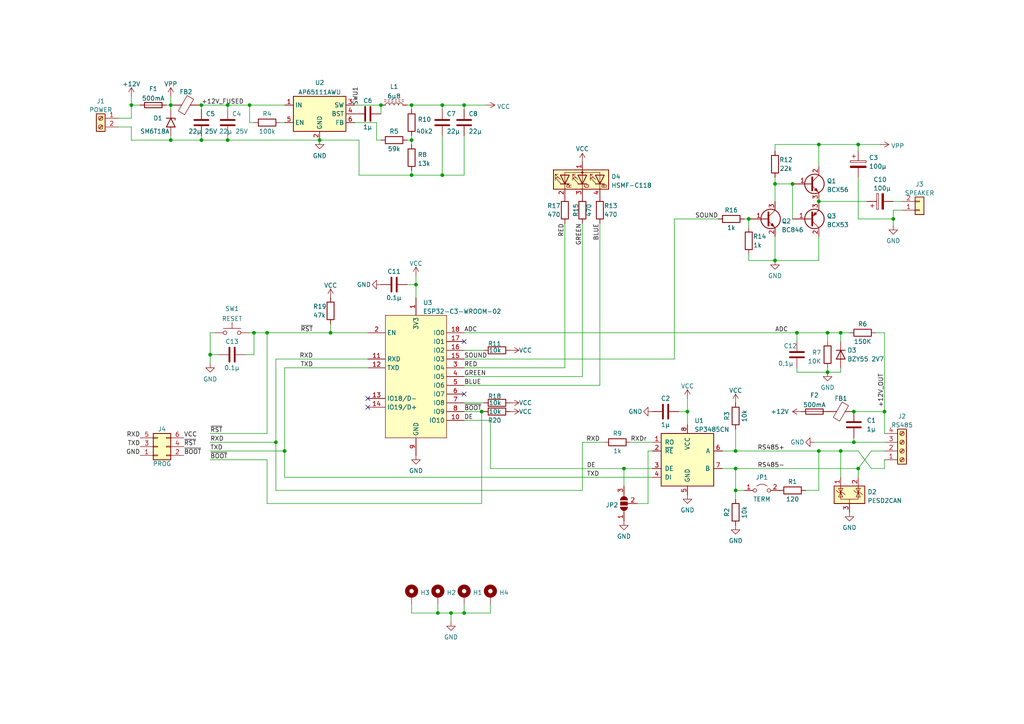
<source format=kicad_sch>
(kicad_sch (version 20211123) (generator eeschema)
  (paper "A4")
  (lib_symbols
    (symbol "Connector:Screw_Terminal_01x02" (pin_names (offset 1.016) hide)
      (property "Reference" "J" (at 0 2.54 0))
      (property "Value" "Screw_Terminal_01x02" (at 0 -5.08 0))
      (symbol "Screw_Terminal_01x02_1_1"
        (pin passive line (at -5.08 0 0) (length 3.81) (name "Pin_1") (number "1"))
        (pin passive line (at -5.08 -2.54 0) (length 3.81) (name "Pin_2") (number "2"))
      )
    )
    (symbol "Connector:Screw_Terminal_01x04" (pin_names (offset 1.016) hide)
      (property "Reference" "J" (at 0 5.08 0))
      (property "Value" "Screw_Terminal_01x04" (at 0 -7.62 0))
      (symbol "Screw_Terminal_01x04_1_1"
        (pin passive line (at -5.08 2.54 0) (length 3.81) (name "Pin_1") (number "1"))
        (pin passive line (at -5.08 0 0) (length 3.81) (name "Pin_2") (number "2"))
        (pin passive line (at -5.08 -2.54 0) (length 3.81) (name "Pin_3") (number "3"))
        (pin passive line (at -5.08 -5.08 0) (length 3.81) (name "Pin_4") (number "4"))
      )
    )
    (symbol "Connector_Generic:Conn_01x02" (pin_names (offset 1.016) hide)
      (property "Reference" "J" (at 0 2.54 0))
      (property "Value" "Conn_01x02" (at 0 -5.08 0))
      (symbol "Conn_01x02_1_1"
        (pin passive line (at -5.08 0 0) (length 3.81) (name "Pin_1") (number "1"))
        (pin passive line (at -5.08 -2.54 0) (length 3.81) (name "Pin_2") (number "2"))
      )
    )
    (symbol "Connector_Generic:Conn_02x03_Odd_Even" (pin_names (offset 1.016) hide)
      (property "Reference" "J" (at 1.27 5.08 0))
      (property "Value" "Conn_02x03_Odd_Even" (at 1.27 -5.08 0))
      (symbol "Conn_02x03_Odd_Even_1_1"
        (pin passive line (at -5.08 2.54 0) (length 3.81) (name "Pin_1") (number "1"))
        (pin passive line (at 7.62 2.54 180) (length 3.81) (name "Pin_2") (number "2"))
        (pin passive line (at -5.08 0 0) (length 3.81) (name "Pin_3") (number "3"))
        (pin passive line (at 7.62 0 180) (length 3.81) (name "Pin_4") (number "4"))
        (pin passive line (at -5.08 -2.54 0) (length 3.81) (name "Pin_5") (number "5"))
        (pin passive line (at 7.62 -2.54 180) (length 3.81) (name "Pin_6") (number "6"))
      )
    )
    (symbol "Device:C" (pin_numbers hide) (pin_names (offset 0.254))
      (property "Reference" "C" (at 0.635 2.54 0))
      (property "Value" "C" (at 0.635 -2.54 0))
      (symbol "C_1_1"
        (pin passive line (at 0 3.81 270) (length 2.794) (name "~") (number "1"))
        (pin passive line (at 0 -3.81 90) (length 2.794) (name "~") (number "2"))
      )
    )
    (symbol "Device:C_Polarized" (pin_numbers hide) (pin_names (offset 0.254))
      (property "Reference" "C" (at 0.635 2.54 0))
      (property "Value" "C_Polarized" (at 0.635 -2.54 0))
      (symbol "C_Polarized_1_1"
        (pin passive line (at 0 3.81 270) (length 2.794) (name "~") (number "1"))
        (pin passive line (at 0 -3.81 90) (length 2.794) (name "~") (number "2"))
      )
    )
    (symbol "Device:D" (pin_numbers hide) (pin_names (offset 1.016) hide)
      (property "Reference" "D" (at 0 2.54 0))
      (property "Value" "D" (at 0 -2.54 0))
      (symbol "D_1_1"
        (pin passive line (at -3.81 0 0) (length 2.54) (name "K") (number "1"))
        (pin passive line (at 3.81 0 180) (length 2.54) (name "A") (number "2"))
      )
    )
    (symbol "Device:FerriteBead" (pin_numbers hide) (pin_names (offset 0))
      (property "Reference" "FB" (at -3.81 0.635 90))
      (property "Value" "FerriteBead" (at 3.81 0 90))
      (symbol "FerriteBead_1_1"
        (pin passive line (at 0 3.81 270) (length 2.54) (name "~") (number "1"))
        (pin passive line (at 0 -3.81 90) (length 2.54) (name "~") (number "2"))
      )
    )
    (symbol "Device:Fuse" (pin_numbers hide) (pin_names (offset 0))
      (property "Reference" "F" (at 2.032 0 90))
      (property "Value" "Fuse" (at -1.905 0 90))
      (symbol "Fuse_1_1"
        (pin passive line (at 0 3.81 270) (length 1.27) (name "~") (number "1"))
        (pin passive line (at 0 -3.81 90) (length 1.27) (name "~") (number "2"))
      )
    )
    (symbol "Device:LED_ARGB" (pin_names (offset 0) hide)
      (property "Reference" "D" (at 0 9.398 0))
      (property "Value" "LED_ARGB" (at 0 -8.89 0))
      (symbol "LED_ARGB_0_0"
        (text "B" (at -1.905 -6.35 0) (effects (font (size 1.27 1.27))))
        (text "G" (at -1.905 -1.27 0) (effects (font (size 1.27 1.27))))
        (text "R" (at -1.905 3.81 0) (effects (font (size 1.27 1.27))))
      )
      (symbol "LED_ARGB_1_1"
        (pin passive line (at 5.08 0 180) (length 2.54) (name "A") (number "1"))
        (pin passive line (at -5.08 5.08 0) (length 2.54) (name "RK") (number "2"))
        (pin passive line (at -5.08 0 0) (length 2.54) (name "GK") (number "3"))
        (pin passive line (at -5.08 -5.08 0) (length 2.54) (name "BK") (number "4"))
      )
    )
    (symbol "Device:L_Ferrite" (pin_numbers hide) (pin_names (offset 1.016) hide)
      (property "Reference" "L" (at -1.27 0 90))
      (property "Value" "L_Ferrite" (at 2.794 0 90))
      (symbol "L_Ferrite_1_1"
        (pin passive line (at 0 3.81 270) (length 1.27) (name "1") (number "1"))
        (pin passive line (at 0 -3.81 90) (length 1.27) (name "2") (number "2"))
      )
    )
    (symbol "Device:R" (pin_numbers hide) (pin_names (offset 0))
      (property "Reference" "R" (at 2.032 0 90))
      (property "Value" "R" (at 0 0 90))
      (symbol "R_1_1"
        (pin passive line (at 0 3.81 270) (length 1.27) (name "~") (number "1"))
        (pin passive line (at 0 -3.81 90) (length 1.27) (name "~") (number "2"))
      )
    )
    (symbol "Diode:SM6T18A" (pin_numbers hide) (pin_names (offset 1.016) hide)
      (property "Reference" "D" (at 0 2.54 0))
      (property "Value" "SM6T18A" (at 0 -2.54 0))
      (symbol "SM6T18A_1_1"
        (pin passive line (at -3.81 0 0) (length 2.54) (name "A1") (number "1"))
        (pin passive line (at 3.81 0 180) (length 2.54) (name "A2") (number "2"))
      )
    )
    (symbol "Interface_UART:SP3485CN" (pin_names (offset 1.016))
      (property "Reference" "U" (at -7.62 8.89 0))
      (property "Value" "SP3485CN" (at 2.54 8.89 0))
      (symbol "SP3485CN_1_1"
        (pin output line (at -10.16 5.08 0) (length 2.54) (name "RO") (number "1"))
        (pin input line (at -10.16 2.54 0) (length 2.54) (name "~{RE}") (number "2"))
        (pin input line (at -10.16 -2.54 0) (length 2.54) (name "DE") (number "3"))
        (pin input line (at -10.16 -5.08 0) (length 2.54) (name "DI") (number "4"))
        (pin power_in line (at 0 -10.16 90) (length 2.54) (name "GND") (number "5"))
        (pin bidirectional line (at 10.16 2.54 180) (length 2.54) (name "A") (number "6"))
        (pin bidirectional line (at 10.16 -2.54 180) (length 2.54) (name "B") (number "7"))
        (pin power_in line (at 0 10.16 270) (length 2.54) (name "VCC") (number "8"))
      )
    )
    (symbol "Jumper:Jumper_2_Open" (pin_names (offset 0) hide)
      (property "Reference" "JP" (at 0 2.794 0))
      (property "Value" "Jumper_2_Open" (at 0 -2.286 0))
      (symbol "Jumper_2_Open_1_1"
        (pin passive line (at -5.08 0 0) (length 2.54) (name "A") (number "1"))
        (pin passive line (at 5.08 0 180) (length 2.54) (name "B") (number "2"))
      )
    )
    (symbol "Jumper:SolderJumper_3_Open" (pin_names (offset 0) hide)
      (property "Reference" "JP" (at -2.54 -2.54 0))
      (property "Value" "SolderJumper_3_Open" (at 0 2.794 0))
      (symbol "SolderJumper_3_Open_1_1"
        (pin passive line (at -5.08 0 0) (length 2.54) (name "A") (number "1"))
        (pin passive line (at 0 -3.81 90) (length 2.54) (name "C") (number "2"))
        (pin passive line (at 5.08 0 180) (length 2.54) (name "B") (number "3"))
      )
    )
    (symbol "Mechanical:MountingHole_Pad" (pin_numbers hide) (pin_names (offset 1.016) hide)
      (property "Reference" "H" (at 0 6.35 0))
      (property "Value" "MountingHole_Pad" (at 0 4.445 0))
      (symbol "MountingHole_Pad_1_1"
        (pin input line (at 0 -2.54 90) (length 2.54) (name "1") (number "1"))
      )
    )
    (symbol "Power_Protection:SZNUP2105L" (pin_names hide)
      (property "Reference" "D" (at 5.715 2.54 0))
      (property "Value" "SZNUP2105L" (at 5.715 0.635 0))
      (symbol "SZNUP2105L_0_0"
        (pin passive line (at 0 -5.08 90) (length 2.54) (name "A") (number "3"))
      )
      (symbol "SZNUP2105L_1_1"
        (pin passive line (at -2.54 5.08 270) (length 2.54) (name "K") (number "1"))
        (pin passive line (at 2.54 5.08 270) (length 2.54) (name "K") (number "2"))
      )
    )
    (symbol "Regulator_Switching:AP65111AWU"
      (property "Reference" "U" (at -7.62 6.35 0))
      (property "Value" "AP65111AWU" (at 2.54 6.35 0))
      (symbol "AP65111AWU_1_1"
        (pin power_in line (at -10.16 2.54 0) (length 2.54) (name "IN") (number "1"))
        (pin power_in line (at 0 -7.62 90) (length 2.54) (name "GND") (number "2"))
        (pin output line (at 10.16 2.54 180) (length 2.54) (name "SW") (number "3"))
        (pin passive line (at 10.16 0 180) (length 2.54) (name "BST") (number "4"))
        (pin input line (at -10.16 -2.54 0) (length 2.54) (name "EN") (number "5"))
        (pin input line (at 10.16 -2.54 180) (length 2.54) (name "FB") (number "6"))
      )
    )
    (symbol "Switch:SW_Push" (pin_numbers hide) (pin_names (offset 1.016) hide)
      (property "Reference" "SW" (at 1.27 2.54 0))
      (property "Value" "SW_Push" (at 0 -1.524 0))
      (symbol "SW_Push_0_1"
        (pin passive line (at -5.08 0 0) (length 2.54) (name "1") (number "1"))
        (pin passive line (at 5.08 0 180) (length 2.54) (name "2") (number "2"))
      )
    )
    (symbol "Transistor_BJT:BC846" (pin_names (offset 0) hide)
      (property "Reference" "Q" (at 5.08 1.905 0))
      (property "Value" "BC846" (at 5.08 0 0))
      (symbol "BC846_1_1"
        (pin input line (at -5.08 0 0) (length 5.715) (name "B") (number "1"))
        (pin passive line (at 2.54 -5.08 90) (length 2.54) (name "E") (number "2"))
        (pin passive line (at 2.54 5.08 270) (length 2.54) (name "C") (number "3"))
      )
    )
    (symbol "Transistor_BJT:BCX53" (pin_names (offset 0) hide)
      (property "Reference" "Q" (at 5.08 1.905 0))
      (property "Value" "BCX53" (at 5.08 0 0))
      (symbol "BCX53_1_1"
        (pin input line (at -5.08 0 0) (length 5.08) (name "B") (number "1"))
        (pin passive line (at 2.54 5.08 270) (length 2.54) (name "C") (number "2"))
        (pin passive line (at 2.54 -5.08 90) (length 2.54) (name "E") (number "3"))
      )
    )
    (symbol "Transistor_BJT:BCX56" (pin_names (offset 0) hide)
      (property "Reference" "Q" (at 5.08 1.905 0))
      (property "Value" "BCX56" (at 5.08 0 0))
      (symbol "BCX56_1_1"
        (pin input line (at -5.08 0 0) (length 5.715) (name "B") (number "1"))
        (pin passive line (at 2.54 5.08 270) (length 2.54) (name "C") (number "2"))
        (pin passive line (at 2.54 -5.08 90) (length 2.54) (name "E") (number "3"))
      )
    )
    (symbol "esp32c3:ESP32-C3-WROOM-02"
      (property "Reference" "U" (at 3.81 19.05 0))
      (property "Value" "ESP32-C3-WROOM-02" (at 12.7 -20.32 0))
      (symbol "ESP32-C3-WROOM-02_1_1"
        (pin power_in line (at 0 22.86 270) (length 5.08) (name "3V3") (number "1"))
        (pin bidirectional line (at 13.97 -12.7 180) (length 5.08) (name "IO10") (number "10"))
        (pin bidirectional line (at -13.97 5.08 0) (length 5.08) (name "RXD") (number "11"))
        (pin bidirectional line (at -13.97 2.54 0) (length 5.08) (name "TXD") (number "12"))
        (pin bidirectional line (at -13.97 -6.35 0) (length 5.08) (name "IO18/D-") (number "13"))
        (pin bidirectional line (at -13.97 -8.89 0) (length 5.08) (name "IO19/D+") (number "14"))
        (pin bidirectional line (at 13.97 5.08 180) (length 5.08) (name "IO3") (number "15"))
        (pin bidirectional line (at 13.97 7.62 180) (length 5.08) (name "IO2") (number "16"))
        (pin bidirectional line (at 13.97 10.16 180) (length 5.08) (name "IO1") (number "17"))
        (pin bidirectional line (at 13.97 12.7 180) (length 5.08) (name "IO0") (number "18"))
        (pin power_in line (at 0 -22.86 90) (length 5.08) hide (name "GND") (number "19"))
        (pin input line (at -13.97 12.7 0) (length 5.08) (name "EN") (number "2"))
        (pin bidirectional line (at 13.97 2.54 180) (length 5.08) (name "IO4") (number "3"))
        (pin bidirectional line (at 13.97 0 180) (length 5.08) (name "IO5") (number "4"))
        (pin bidirectional line (at 13.97 -2.54 180) (length 5.08) (name "IO6") (number "5"))
        (pin bidirectional line (at 13.97 -5.08 180) (length 5.08) (name "IO7") (number "6"))
        (pin bidirectional line (at 13.97 -7.62 180) (length 5.08) (name "IO8") (number "7"))
        (pin bidirectional line (at 13.97 -10.16 180) (length 5.08) (name "IO9") (number "8"))
        (pin power_in line (at 0 -22.86 90) (length 5.08) (name "GND") (number "9"))
      )
    )
    (symbol "power:+12V" (power) (pin_names (offset 0))
      (property "Value" "+12V" (at 0 3.556 0))
      (symbol "+12V_1_1"
        (pin power_in line (at 0 0 90) (length 0) hide (name "+12V") (number "1"))
      )
    )
    (symbol "power:GND" (power) (pin_names (offset 0))
      (property "Value" "GND" (at 0 -3.81 0))
      (symbol "GND_1_1"
        (pin power_in line (at 0 0 270) (length 0) hide (name "GND") (number "1"))
      )
    )
    (symbol "power:VCC" (power) (pin_names (offset 0))
      (property "Value" "VCC" (at 0 3.81 0))
      (symbol "VCC_1_1"
        (pin power_in line (at 0 0 90) (length 0) hide (name "VCC") (number "1"))
      )
    )
    (symbol "power:VPP" (power) (pin_names (offset 0))
      (property "Value" "VPP" (at 0 3.81 0))
      (symbol "VPP_1_1"
        (pin power_in line (at 0 0 90) (length 0) hide (name "VPP") (number "1"))
      )
    )
  )
  (junction (at 120.65 82.55))
  (junction (at 213.36 130.81))
  (junction (at 72.39 30.48))
  (junction (at 237.49 58.42))
  (junction (at 134.62 177.8))
  (junction (at 240.03 96.52))
  (junction (at 199.39 119.38))
  (junction (at 134.62 30.48))
  (junction (at 77.47 96.52))
  (junction (at 256.54 119.38))
  (junction (at 119.38 30.48))
  (junction (at 128.27 30.48))
  (junction (at 240.03 107.95))
  (junction (at 231.14 96.52))
  (junction (at 237.49 130.81))
  (junction (at 237.49 41.91))
  (junction (at 38.1 30.48))
  (junction (at 119.38 40.64))
  (junction (at 130.81 177.8))
  (junction (at 119.38 50.8))
  (junction (at 259.08 63.5))
  (junction (at 80.01 128.27))
  (junction (at 224.79 53.34))
  (junction (at 243.84 96.52))
  (junction (at 127 177.8))
  (junction (at 243.84 130.81))
  (junction (at 213.36 142.24))
  (junction (at 247.65 119.38))
  (junction (at 110.49 30.48))
  (junction (at 92.71 40.64))
  (junction (at 180.975 135.89))
  (junction (at 60.96 102.87))
  (junction (at 128.27 50.8))
  (junction (at 217.17 63.5))
  (junction (at 66.04 30.48))
  (junction (at 58.42 40.64))
  (junction (at 73.66 96.52))
  (junction (at 49.53 30.48))
  (junction (at 224.79 75.565))
  (junction (at 229.87 53.34))
  (junction (at 248.92 41.91))
  (junction (at 248.92 135.89))
  (junction (at 49.53 40.64))
  (junction (at 66.04 40.64))
  (junction (at 82.55 130.81))
  (junction (at 139.7 119.38))
  (junction (at 213.36 135.89))
  (junction (at 58.42 30.48))
  (junction (at 95.885 96.52))
  (junction (at 247.65 128.27))
  (no_connect (at 134.62 99.06))
  (no_connect (at 106.68 118.11))
  (no_connect (at 106.68 115.57))
  (no_connect (at 134.62 114.3))
  (wire (pts (xy 38.1 36.83) (xy 38.1 40.64)))
  (wire (pts (xy 49.53 40.64) (xy 58.42 40.64)))
  (wire (pts (xy 102.87 30.48) (xy 110.49 30.48)))
  (wire (pts (xy 49.53 39.37) (xy 49.53 40.64)))
  (wire (pts (xy 217.17 73.66) (xy 217.17 75.565)))
  (wire (pts (xy 134.62 50.8) (xy 134.62 39.37)))
  (wire (pts (xy 40.64 30.48) (xy 38.1 30.48)))
  (wire (pts (xy 66.04 39.37) (xy 66.04 40.64)))
  (wire (pts (xy 180.975 135.89) (xy 180.975 140.97)))
  (wire (pts (xy 237.49 41.91) (xy 248.92 41.91)))
  (wire (pts (xy 82.55 130.81) (xy 82.55 106.68)))
  (wire (pts (xy 134.62 177.8) (xy 142.24 177.8)))
  (wire (pts (xy 72.39 30.48) (xy 72.39 35.56)))
  (wire (pts (xy 60.96 125.73) (xy 77.47 125.73)))
  (wire (pts (xy 57.785 30.48) (xy 58.42 30.48)))
  (wire (pts (xy 180.975 135.89) (xy 189.23 135.89)))
  (wire (pts (xy 187.96 130.81) (xy 189.23 130.81)))
  (wire (pts (xy 81.28 35.56) (xy 82.55 35.56)))
  (wire (pts (xy 72.39 35.56) (xy 73.66 35.56)))
  (wire (pts (xy 237.49 130.81) (xy 213.36 130.81)))
  (wire (pts (xy 82.55 106.68) (xy 106.68 106.68)))
  (wire (pts (xy 92.71 40.64) (xy 104.14 40.64)))
  (wire (pts (xy 237.49 58.42) (xy 251.46 58.42)))
  (wire (pts (xy 134.62 101.6) (xy 140.335 101.6)))
  (wire (pts (xy 224.79 41.91) (xy 224.79 43.815)))
  (wire (pts (xy 224.79 53.34) (xy 229.87 53.34)))
  (wire (pts (xy 58.42 30.48) (xy 66.04 30.48)))
  (wire (pts (xy 71.12 102.87) (xy 73.66 102.87)))
  (wire (pts (xy 142.24 135.89) (xy 180.975 135.89)))
  (wire (pts (xy 128.27 30.48) (xy 128.27 31.75)))
  (wire (pts (xy 82.55 138.43) (xy 189.23 138.43)))
  (wire (pts (xy 217.17 75.565) (xy 224.79 75.565)))
  (wire (pts (xy 119.38 40.64) (xy 119.38 41.91)))
  (wire (pts (xy 243.84 130.81) (xy 243.84 138.43)))
  (wire (pts (xy 77.47 96.52) (xy 77.47 125.73)))
  (wire (pts (xy 60.96 96.52) (xy 60.96 102.87)))
  (wire (pts (xy 248.92 41.91) (xy 248.92 43.815)))
  (wire (pts (xy 224.79 51.435) (xy 224.79 53.34)))
  (wire (pts (xy 134.62 175.26) (xy 134.62 177.8)))
  (wire (pts (xy 237.49 142.24) (xy 237.49 130.81)))
  (wire (pts (xy 118.11 82.55) (xy 120.65 82.55)))
  (wire (pts (xy 134.62 106.68) (xy 163.83 106.68)))
  (wire (pts (xy 240.03 96.52) (xy 231.14 96.52)))
  (wire (pts (xy 66.04 40.64) (xy 92.71 40.64)))
  (wire (pts (xy 66.04 30.48) (xy 66.04 31.75)))
  (wire (pts (xy 34.29 36.83) (xy 38.1 36.83)))
  (wire (pts (xy 240.03 96.52) (xy 240.03 99.06)))
  (wire (pts (xy 119.38 39.37) (xy 119.38 40.64)))
  (wire (pts (xy 48.26 30.48) (xy 49.53 30.48)))
  (wire (pts (xy 118.11 30.48) (xy 119.38 30.48)))
  (wire (pts (xy 187.96 146.05) (xy 187.96 130.81)))
  (wire (pts (xy 58.42 30.48) (xy 58.42 31.75)))
  (wire (pts (xy 231.14 99.06) (xy 231.14 96.52)))
  (wire (pts (xy 142.24 135.89) (xy 142.24 121.92)))
  (wire (pts (xy 130.81 177.8) (xy 134.62 177.8)))
  (wire (pts (xy 256.54 119.38) (xy 247.65 119.38)))
  (wire (pts (xy 248.92 135.89) (xy 248.92 138.43)))
  (wire (pts (xy 168.91 142.24) (xy 168.91 128.27)))
  (wire (pts (xy 80.01 128.27) (xy 80.01 142.24)))
  (wire (pts (xy 229.87 53.34) (xy 229.87 63.5)))
  (wire (pts (xy 259.08 60.96) (xy 259.08 63.5)))
  (wire (pts (xy 77.47 146.05) (xy 77.47 133.35)))
  (wire (pts (xy 168.91 64.77) (xy 168.91 109.22)))
  (wire (pts (xy 58.42 40.64) (xy 66.04 40.64)))
  (wire (pts (xy 196.85 119.38) (xy 199.39 119.38)))
  (wire (pts (xy 246.38 96.52) (xy 243.84 96.52)))
  (wire (pts (xy 247.65 128.27) (xy 256.54 128.27)))
  (wire (pts (xy 237.49 68.58) (xy 237.49 75.565)))
  (wire (pts (xy 134.62 30.48) (xy 134.62 31.75)))
  (wire (pts (xy 224.79 68.58) (xy 224.79 75.565)))
  (wire (pts (xy 213.36 135.89) (xy 213.36 142.24)))
  (wire (pts (xy 195.58 104.14) (xy 195.58 63.5)))
  (wire (pts (xy 38.1 40.64) (xy 49.53 40.64)))
  (wire (pts (xy 213.36 130.81) (xy 209.55 130.81)))
  (wire (pts (xy 72.39 96.52) (xy 73.66 96.52)))
  (wire (pts (xy 109.22 40.64) (xy 110.49 40.64)))
  (wire (pts (xy 240.03 106.68) (xy 240.03 107.95)))
  (wire (pts (xy 77.47 96.52) (xy 95.885 96.52)))
  (wire (pts (xy 110.49 30.48) (xy 110.49 33.02)))
  (wire (pts (xy 134.62 111.76) (xy 173.99 111.76)))
  (wire (pts (xy 252.73 135.89) (xy 248.92 130.81)))
  (wire (pts (xy 134.62 116.84) (xy 140.335 116.84)))
  (wire (pts (xy 236.22 128.27) (xy 247.65 128.27)))
  (wire (pts (xy 256.54 96.52) (xy 254 96.52)))
  (wire (pts (xy 73.66 96.52) (xy 77.47 96.52)))
  (wire (pts (xy 128.27 50.8) (xy 134.62 50.8)))
  (wire (pts (xy 127 175.26) (xy 127 177.8)))
  (wire (pts (xy 127 177.8) (xy 130.81 177.8)))
  (wire (pts (xy 256.54 133.35) (xy 256.54 135.89)))
  (wire (pts (xy 95.885 96.52) (xy 106.68 96.52)))
  (wire (pts (xy 139.7 119.38) (xy 139.7 146.05)))
  (wire (pts (xy 184.785 146.05) (xy 187.96 146.05)))
  (wire (pts (xy 60.96 128.27) (xy 80.01 128.27)))
  (wire (pts (xy 60.96 102.87) (xy 63.5 102.87)))
  (wire (pts (xy 243.84 106.68) (xy 243.84 107.95)))
  (wire (pts (xy 248.92 63.5) (xy 259.08 63.5)))
  (wire (pts (xy 213.36 124.46) (xy 213.36 130.81)))
  (wire (pts (xy 66.04 30.48) (xy 72.39 30.48)))
  (wire (pts (xy 58.42 39.37) (xy 58.42 40.64)))
  (wire (pts (xy 134.62 119.38) (xy 139.7 119.38)))
  (wire (pts (xy 252.73 130.81) (xy 256.54 130.81)))
  (wire (pts (xy 237.49 130.81) (xy 243.84 130.81)))
  (wire (pts (xy 142.24 121.92) (xy 134.62 121.92)))
  (wire (pts (xy 49.53 30.48) (xy 49.53 31.75)))
  (wire (pts (xy 233.68 142.24) (xy 237.49 142.24)))
  (wire (pts (xy 163.83 64.77) (xy 163.83 106.68)))
  (wire (pts (xy 104.14 40.64) (xy 104.14 50.8)))
  (wire (pts (xy 240.03 107.95) (xy 231.14 107.95)))
  (wire (pts (xy 82.55 30.48) (xy 72.39 30.48)))
  (wire (pts (xy 224.79 58.42) (xy 224.79 53.34)))
  (wire (pts (xy 142.24 177.8) (xy 142.24 175.26)))
  (wire (pts (xy 119.38 175.26) (xy 119.38 177.8)))
  (wire (pts (xy 199.39 115.57) (xy 199.39 119.38)))
  (wire (pts (xy 168.91 128.27) (xy 175.26 128.27)))
  (wire (pts (xy 34.29 34.29) (xy 38.1 34.29)))
  (wire (pts (xy 259.08 65.405) (xy 259.08 63.5)))
  (wire (pts (xy 248.92 135.89) (xy 252.73 130.81)))
  (wire (pts (xy 256.54 135.89) (xy 252.73 135.89)))
  (wire (pts (xy 62.23 96.52) (xy 60.96 96.52)))
  (wire (pts (xy 119.38 50.8) (xy 128.27 50.8)))
  (wire (pts (xy 237.49 41.91) (xy 224.79 41.91)))
  (wire (pts (xy 173.99 64.77) (xy 173.99 111.76)))
  (wire (pts (xy 73.66 102.87) (xy 73.66 96.52)))
  (wire (pts (xy 224.79 75.565) (xy 237.49 75.565)))
  (wire (pts (xy 60.96 130.81) (xy 82.55 130.81)))
  (wire (pts (xy 38.1 30.48) (xy 38.1 34.29)))
  (wire (pts (xy 109.22 35.56) (xy 109.22 40.64)))
  (wire (pts (xy 217.17 63.5) (xy 217.17 66.04)))
  (wire (pts (xy 199.39 119.38) (xy 199.39 123.19)))
  (wire (pts (xy 49.53 27.94) (xy 49.53 30.48)))
  (wire (pts (xy 259.08 58.42) (xy 261.62 58.42)))
  (wire (pts (xy 248.92 51.435) (xy 248.92 63.5)))
  (wire (pts (xy 243.84 107.95) (xy 240.03 107.95)))
  (wire (pts (xy 128.27 30.48) (xy 134.62 30.48)))
  (wire (pts (xy 102.87 35.56) (xy 109.22 35.56)))
  (wire (pts (xy 119.38 30.48) (xy 119.38 31.75)))
  (wire (pts (xy 134.62 30.48) (xy 140.97 30.48)))
  (wire (pts (xy 195.58 63.5) (xy 208.28 63.5)))
  (wire (pts (xy 256.54 96.52) (xy 256.54 119.38)))
  (wire (pts (xy 134.62 96.52) (xy 231.14 96.52)))
  (wire (pts (xy 120.65 82.55) (xy 120.65 86.36)))
  (wire (pts (xy 248.92 41.91) (xy 255.27 41.91)))
  (wire (pts (xy 119.38 30.48) (xy 128.27 30.48)))
  (wire (pts (xy 231.14 107.95) (xy 231.14 106.68)))
  (wire (pts (xy 38.1 30.48) (xy 38.1 27.94)))
  (wire (pts (xy 80.01 104.14) (xy 80.01 128.27)))
  (wire (pts (xy 243.84 96.52) (xy 240.03 96.52)))
  (wire (pts (xy 119.38 177.8) (xy 127 177.8)))
  (wire (pts (xy 215.9 63.5) (xy 217.17 63.5)))
  (wire (pts (xy 128.27 39.37) (xy 128.27 50.8)))
  (wire (pts (xy 104.14 50.8) (xy 119.38 50.8)))
  (wire (pts (xy 80.01 142.24) (xy 168.91 142.24)))
  (wire (pts (xy 120.65 80.01) (xy 120.65 82.55)))
  (wire (pts (xy 49.53 30.48) (xy 50.165 30.48)))
  (wire (pts (xy 209.55 135.89) (xy 213.36 135.89)))
  (wire (pts (xy 119.38 49.53) (xy 119.38 50.8)))
  (wire (pts (xy 134.62 104.14) (xy 195.58 104.14)))
  (wire (pts (xy 243.84 99.06) (xy 243.84 96.52)))
  (wire (pts (xy 213.36 135.89) (xy 248.92 135.89)))
  (wire (pts (xy 139.7 119.38) (xy 140.335 119.38)))
  (wire (pts (xy 139.7 146.05) (xy 77.47 146.05)))
  (wire (pts (xy 95.885 93.98) (xy 95.885 96.52)))
  (wire (pts (xy 118.11 40.64) (xy 119.38 40.64)))
  (wire (pts (xy 247.65 127) (xy 247.65 128.27)))
  (wire (pts (xy 60.96 133.35) (xy 77.47 133.35)))
  (wire (pts (xy 134.62 109.22) (xy 168.91 109.22)))
  (wire (pts (xy 237.49 48.26) (xy 237.49 41.91)))
  (wire (pts (xy 182.88 128.27) (xy 189.23 128.27)))
  (wire (pts (xy 60.96 102.87) (xy 60.96 105.41)))
  (wire (pts (xy 82.55 138.43) (xy 82.55 130.81)))
  (wire (pts (xy 259.08 60.96) (xy 261.62 60.96)))
  (wire (pts (xy 213.36 142.24) (xy 215.9 142.24)))
  (wire (pts (xy 213.36 142.24) (xy 213.36 144.78)))
  (wire (pts (xy 256.54 125.73) (xy 256.54 119.38)))
  (wire (pts (xy 130.81 177.8) (xy 130.81 180.34)))
  (wire (pts (xy 80.01 104.14) (xy 106.68 104.14)))
  (wire (pts (xy 243.84 130.81) (xy 248.92 130.81)))
  (label "RXDr" (at 182.88 128.27 0))
  (label "TXD" (at 90.805 106.68 180))
  (label "BLUE" (at 134.62 111.76 0))
  (label "RXD" (at 173.99 128.27 180))
  (label "RXD" (at 40.64 127 180))
  (label "SOUND" (at 134.62 104.14 0))
  (label "RED" (at 163.83 64.77 270))
  (label "ADC" (at 134.62 96.52 0))
  (label "VCC" (at 53.34 127 0))
  (label "+12V_FUSED" (at 58.42 30.48 0))
  (label "~{RST}" (at 90.805 96.52 180))
  (label "DE" (at 170.18 135.89 0))
  (label "TXD" (at 60.96 130.81 0))
  (label "RS485-" (at 219.71 135.89 0))
  (label "RXD" (at 60.96 128.27 0))
  (label "RXD" (at 90.805 104.14 180))
  (label "SOUND" (at 208.28 63.5 180))
  (label "~{BOOT}" (at 134.62 119.38 0))
  (label "+12V_OUT" (at 256.54 118.11 90))
  (label "SWU1" (at 104.14 30.48 90))
  (label "~{BOOT}" (at 53.34 132.08 0))
  (label "RS485+" (at 219.71 130.81 0))
  (label "GREEN" (at 134.62 109.22 0))
  (label "GREEN" (at 168.91 64.77 270))
  (label "BLUE" (at 173.99 64.77 270))
  (label "~{BOOT}" (at 60.96 133.35 0))
  (label "GND" (at 40.64 132.08 180))
  (label "ADC" (at 228.6 96.52 180))
  (label "RED" (at 134.62 106.68 0))
  (label "TXD" (at 40.64 129.54 180))
  (label "DE" (at 134.62 121.92 0))
  (label "TXD" (at 170.18 138.43 0))
  (label "~{RST}" (at 53.34 129.54 0))
  (label "~{RST}" (at 60.96 125.73 0))
  (symbol (lib_id "power:VCC") (at 147.955 101.6 270) (unit 1)
    (property "Reference" "#PWR04" (effects hide))
    (property "Value" "VCC" (at 152.4 101.6 90))
  )
  (symbol (lib_id "power:GND") (at 130.81 180.34 0) (unit 1)
    (property "Reference" "#PWR018" (effects hide))
    (property "Value" "GND" (at 130.81 184.7834 0))
  )
  (symbol (lib_id "Device:R") (at 213.36 148.59 180) (unit 1)
    (property "Reference" "R2" (at 210.82 148.59 90))
    (property "Value" "10k" (at 215.9 148.59 90))
    (property "Footprint" "Resistor_SMD:R_0805_2012Metric" (effects hide))
  )
  (symbol (lib_id "power:GND") (at 240.03 107.95 0) (mirror y) (unit 1)
    (property "Reference" "#PWR020" (effects hide))
    (property "Value" "GND" (at 240.03 112.3934 0))
  )
  (symbol (lib_id "power:GND") (at 189.23 119.38 270) (unit 1)
    (property "Reference" "#PWR017" (effects hide))
    (property "Value" "GND" (at 182.245 119.38 90) (effects (justify left)))
  )
  (symbol (lib_id "Device:R") (at 179.07 128.27 90) (unit 1)
    (property "Reference" "R9" (at 179.07 125.73 90))
    (property "Value" "1k" (at 179.07 130.81 90))
    (property "Footprint" "Resistor_SMD:R_0805_2012Metric" (effects hide))
  )
  (symbol (lib_id "Device:L_Ferrite") (at 114.3 30.48 90) (unit 1)
    (property "Reference" "L1" (at 114.3 25.1165 90))
    (property "Value" "6µ8" (at 114.3 27.8916 90))
    (property "Footprint" "Inductor_SMD:L_Taiyo-Yuden_NR-50xx" (effects hide))
  )
  (symbol (lib_id "Device:R") (at 240.03 102.87 0) (mirror x) (unit 1)
    (property "Reference" "R7" (at 236.855 102.235 0))
    (property "Value" "10K" (at 236.22 104.775 0))
    (property "Footprint" "Resistor_SMD:R_0805_2012Metric" (effects hide))
  )
  (symbol (lib_id "Device:R") (at 168.91 60.96 0) (mirror x) (unit 1)
    (property "Reference" "R15" (at 167.005 60.96 90))
    (property "Value" "470" (at 170.815 60.96 90))
    (property "Footprint" "Resistor_SMD:R_0805_2012Metric" (effects hide))
  )
  (symbol (lib_id "power:+12V") (at 38.1 27.94 0) (unit 1)
    (property "Reference" "#PWR013" (effects hide))
    (property "Value" "+12V" (at 38.1 24.3642 0))
  )
  (symbol (lib_id "power:VCC") (at 147.955 116.84 270) (unit 1)
    (property "Reference" "#PWR07" (effects hide))
    (property "Value" "VCC" (at 152.4 116.84 90))
  )
  (symbol (lib_id "power:GND") (at 224.79 75.565 0) (unit 1)
    (property "Reference" "#PWR022" (effects hide))
    (property "Value" "GND" (at 224.79 80.0084 0))
  )
  (symbol (lib_id "Device:C") (at 106.68 33.02 90) (unit 1)
    (property "Reference" "C6" (at 106.68 29.21 90))
    (property "Value" "1µ" (at 106.68 36.83 90))
    (property "Footprint" "Capacitor_SMD:C_0805_2012Metric" (effects hide))
  )
  (symbol (lib_id "Device:R") (at 144.145 101.6 270) (mirror x) (unit 1)
    (property "Reference" "R11" (at 145.415 99.695 90) (effects (justify right)))
    (property "Value" "10k" (at 145.415 101.6 90) (effects (justify right)))
    (property "Footprint" "Resistor_SMD:R_0805_2012Metric" (effects hide))
  )
  (symbol (lib_id "Mechanical:MountingHole_Pad") (at 127 172.72 0) (unit 1)
    (property "Reference" "H2" (at 129.54 171.8838 0) (effects (justify left)))
    (property "Value" "MountingHole_Pad" (effects hide))
    (property "Footprint" "MountingHole:MountingHole_3.2mm_M3_ISO7380_Pad_TopBottom" (effects hide))
  )
  (symbol (lib_id "Interface_UART:SP3485CN") (at 199.39 133.35 0) (unit 1)
    (property "Reference" "U1" (at 201.4094 122.0302 0) (effects (justify left)))
    (property "Value" "SP3485CN" (at 201.4094 124.5671 0) (effects (justify left)))
    (property "Footprint" "Package_SO:SOIC-8_3.9x4.9mm_P1.27mm" (effects hide))
    (property "Datasheet" "http://www.icbase.com/pdf/SPX/SPX00480106.pdf" (effects hide))
  )
  (symbol (lib_id "Power_Protection:SZNUP2105L") (at 246.38 143.51 0) (unit 1)
    (property "Reference" "D2" (at 251.587 142.6753 0) (effects (justify left)))
    (property "Value" "PESD2CAN" (at 251.587 145.2122 0) (effects (justify left)))
    (property "Footprint" "Package_TO_SOT_SMD:SOT-23" (effects hide))
    (property "Datasheet" "http://www.onsemi.com/pub_link/Collateral/NUP2105L-D.PDF" (effects hide))
  )
  (symbol (lib_id "Device:R") (at 77.47 35.56 90) (unit 1)
    (property "Reference" "R4" (at 77.47 33.02 90))
    (property "Value" "100k" (at 77.47 38.1 90))
    (property "Footprint" "Resistor_SMD:R_0805_2012Metric" (effects hide))
  )
  (symbol (lib_id "Device:C") (at 193.04 119.38 270) (unit 1)
    (property "Reference" "C2" (at 193.04 115.57 90))
    (property "Value" "1µ" (at 193.04 123.19 90))
    (property "Footprint" "Capacitor_SMD:C_0805_2012Metric" (effects hide))
  )
  (symbol (lib_id "power:GND") (at 120.65 132.08 0) (unit 1)
    (property "Reference" "#PWR011" (effects hide))
    (property "Value" "GND" (at 120.65 136.5234 0))
  )
  (symbol (lib_id "Regulator_Switching:AP65111AWU") (at 92.71 33.02 0) (unit 1)
    (property "Reference" "U2" (at 92.71 23.9735 0))
    (property "Value" "AP65111AWU" (at 92.71 26.7486 0))
    (property "Footprint" "Package_TO_SOT_SMD:TSOT-23-6" (effects hide))
    (property "Datasheet" "https://www.diodes.com/assets/Datasheets/AP65111A.pdf" (effects hide))
  )
  (symbol (lib_id "Transistor_BJT:BC846") (at 222.25 63.5 0) (unit 1)
    (property "Reference" "Q2" (at 226.695 64.135 0) (effects (justify left)))
    (property "Value" "BC846" (at 226.695 66.675 0) (effects (justify left)))
    (property "Footprint" "Package_TO_SOT_SMD:SOT-23" (effects hide))
    (property "Datasheet" "https://assets.nexperia.com/documents/data-sheet/BC846_SER.pdf" (effects hide))
  )
  (symbol (lib_id "Device:R") (at 217.17 69.85 0) (unit 1)
    (property "Reference" "R14" (at 220.345 68.58 0))
    (property "Value" "1k" (at 219.71 71.12 0))
    (property "Footprint" "Resistor_SMD:R_0805_2012Metric" (effects hide))
  )
  (symbol (lib_id "Device:C") (at 66.04 35.56 0) (unit 1)
    (property "Reference" "C4" (at 67.31 33.02 0) (effects (justify left)))
    (property "Value" "22µ 25V" (at 63.5 38.1 0) (effects (justify left)))
    (property "Footprint" "Capacitor_SMD:C_0805_2012Metric" (effects hide))
  )
  (symbol (lib_id "Mechanical:MountingHole_Pad") (at 142.24 172.72 0) (unit 1)
    (property "Reference" "H4" (at 144.78 171.8838 0) (effects (justify left)))
    (property "Value" "MountingHole_Pad" (effects hide))
    (property "Footprint" "MountingHole:MountingHole_3.2mm_M3_ISO7380_Pad_TopBottom" (effects hide))
  )
  (symbol (lib_id "Connector_Generic:Conn_01x02") (at 266.7 60.96 0) (mirror x) (unit 1)
    (property "Reference" "J3" (at 266.7 53.4502 0))
    (property "Value" "SPEAKER" (at 266.7 55.9871 0))
    (property "Footprint" "Connector_JST:JST_EH_B2B-EH-A_1x02_P2.50mm_Vertical" (effects hide))
  )
  (symbol (lib_id "power:VCC") (at 213.36 116.84 0) (unit 1)
    (property "Reference" "#PWR023" (effects hide))
    (property "Value" "VCC" (at 213.36 113.2642 0))
  )
  (symbol (lib_id "Device:R") (at 144.145 116.84 270) (mirror x) (unit 1)
    (property "Reference" "R18" (at 145.415 114.935 90) (effects (justify right)))
    (property "Value" "10k" (at 145.415 116.84 90) (effects (justify right)))
    (property "Footprint" "Resistor_SMD:R_0805_2012Metric" (effects hide))
  )
  (symbol (lib_id "power:GND") (at 259.08 65.405 0) (unit 1)
    (property "Reference" "#PWR021" (effects hide))
    (property "Value" "GND" (at 259.08 69.8484 0))
  )
  (symbol (lib_id "Device:R") (at 212.09 63.5 270) (unit 1)
    (property "Reference" "R16" (at 212.09 60.96 90))
    (property "Value" "1k" (at 212.09 66.04 90))
    (property "Footprint" "Resistor_SMD:R_0805_2012Metric" (effects hide))
  )
  (symbol (lib_id "power:VCC") (at 120.65 80.01 0) (unit 1)
    (property "Reference" "#PWR05" (effects hide))
    (property "Value" "VCC" (at 120.65 76.4342 0))
  )
  (symbol (lib_id "Device:C") (at 128.27 35.56 0) (unit 1)
    (property "Reference" "C7" (at 129.54 33.02 0) (effects (justify left)))
    (property "Value" "22µ" (at 129.54 38.1 0) (effects (justify left)))
    (property "Footprint" "Capacitor_SMD:C_0805_2012Metric" (effects hide))
  )
  (symbol (lib_id "power:GND") (at 60.96 105.41 0) (mirror y) (unit 1)
    (property "Reference" "#PWR026" (effects hide))
    (property "Value" "GND" (at 60.96 109.9725 0))
  )
  (symbol (lib_id "Jumper:SolderJumper_3_Open") (at 180.975 146.05 90) (unit 1)
    (property "Reference" "JP2" (at 179.324 146.4838 90) (effects (justify left)))
    (property "Value" "SolderJumper_3_Open" (effects hide))
    (property "Footprint" "Jumper:SolderJumper-3_P2.0mm_Open_TrianglePad1.0x1.5mm" (effects hide))
  )
  (symbol (lib_id "Device:R") (at 229.87 142.24 90) (unit 1)
    (property "Reference" "R1" (at 229.87 139.7 90))
    (property "Value" "120" (at 229.87 144.78 90))
    (property "Footprint" "Resistor_SMD:R_0805_2012Metric" (effects hide))
  )
  (symbol (lib_id "power:GND") (at 92.71 40.64 0) (unit 1)
    (property "Reference" "#PWR02" (effects hide))
    (property "Value" "GND" (at 92.71 45.2025 0))
  )
  (symbol (lib_id "Mechanical:MountingHole_Pad") (at 134.62 172.72 0) (unit 1)
    (property "Reference" "H1" (at 137.16 171.8838 0) (effects (justify left)))
    (property "Value" "MountingHole_Pad" (effects hide))
    (property "Footprint" "MountingHole:MountingHole_3.2mm_M3_ISO7380_Pad_TopBottom" (effects hide))
  )
  (symbol (lib_id "Device:R") (at 119.38 35.56 0) (unit 1)
    (property "Reference" "R10" (at 121.158 34.6515 0) (effects (justify left)))
    (property "Value" "40k2" (at 120.65 38.1 0) (effects (justify left)))
    (property "Footprint" "Resistor_SMD:R_0805_2012Metric" (effects hide))
  )
  (symbol (lib_id "power:VCC") (at 140.97 30.48 270) (unit 1)
    (property "Reference" "#PWR01" (effects hide))
    (property "Value" "VCC" (at 144.145 30.9138 90) (effects (justify left)))
  )
  (symbol (lib_id "Device:R") (at 224.79 47.625 180) (unit 1)
    (property "Reference" "R12" (at 227.965 46.355 0))
    (property "Value" "22k" (at 227.965 48.895 0))
    (property "Footprint" "Resistor_SMD:R_0805_2012Metric" (effects hide))
  )
  (symbol (lib_id "Device:R") (at 250.19 96.52 90) (mirror x) (unit 1)
    (property "Reference" "R6" (at 250.19 93.98 90))
    (property "Value" "150K" (at 250.19 99.06 90))
    (property "Footprint" "Resistor_SMD:R_0805_2012Metric" (effects hide))
  )
  (symbol (lib_id "Device:FerriteBead") (at 53.975 30.48 90) (unit 1)
    (property "Reference" "FB2" (at 53.9242 26.6469 90))
    (property "Value" "FerriteBead" (effects hide))
    (property "Footprint" "Inductor_SMD:L_0805_2012Metric" (effects hide))
  )
  (symbol (lib_id "Device:R") (at 144.145 119.38 270) (mirror x) (unit 1)
    (property "Reference" "R20" (at 145.415 121.92 90) (effects (justify right)))
    (property "Value" "10k" (at 145.415 119.38 90) (effects (justify right)))
    (property "Footprint" "Resistor_SMD:R_0805_2012Metric" (effects hide))
  )
  (symbol (lib_id "esp32c3:ESP32-C3-WROOM-02") (at 120.65 109.22 0) (unit 1)
    (property "Reference" "U3" (at 122.6694 87.791 0) (effects (justify left)))
    (property "Value" "ESP32-C3-WROOM-02" (at 122.6694 90.3279 0) (effects (justify left)))
    (property "Footprint" "RF_Module:ESP-WROOM-02" (effects hide))
  )
  (symbol (lib_id "power:GND") (at 110.49 82.55 270) (unit 1)
    (property "Reference" "#PWR016" (effects hide))
    (property "Value" "GND" (at 103.505 82.55 90) (effects (justify left)))
  )
  (symbol (lib_id "Device:C") (at 247.65 123.19 180) (unit 1)
    (property "Reference" "C1" (at 252.73 121.92 0))
    (property "Value" "1µ" (at 252.73 124.46 0))
    (property "Footprint" "Capacitor_SMD:C_0805_2012Metric" (effects hide))
  )
  (symbol (lib_id "Device:C") (at 58.42 35.56 0) (unit 1)
    (property "Reference" "C5" (at 59.69 33.02 0) (effects (justify left)))
    (property "Value" "22µ 25V" (at 54.61 38.1 0) (effects (justify left)))
    (property "Footprint" "Capacitor_SMD:C_0805_2012Metric" (effects hide))
  )
  (symbol (lib_id "Mechanical:MountingHole_Pad") (at 119.38 172.72 0) (unit 1)
    (property "Reference" "H3" (at 121.92 171.8838 0) (effects (justify left)))
    (property "Value" "MountingHole_Pad" (effects hide))
    (property "Footprint" "MountingHole:MountingHole_3.2mm_M3_ISO7380_Pad_TopBottom" (effects hide))
  )
  (symbol (lib_id "Device:C_Polarized") (at 255.27 58.42 90) (unit 1)
    (property "Reference" "C10" (at 255.27 52.07 90))
    (property "Value" "100µ" (at 255.905 54.61 90))
    (property "Footprint" "Capacitor_Tantalum_SMD:CP_EIA-7343-31_Kemet-D" (effects hide))
  )
  (symbol (lib_id "Device:R") (at 119.38 45.72 0) (unit 1)
    (property "Reference" "R8" (at 121.158 44.8853 0) (effects (justify left)))
    (property "Value" "13k" (at 121.158 47.4222 0) (effects (justify left)))
    (property "Footprint" "Resistor_SMD:R_0805_2012Metric" (effects hide))
  )
  (symbol (lib_id "Device:C_Polarized") (at 248.92 47.625 0) (unit 1)
    (property "Reference" "C3" (at 253.365 45.72 0))
    (property "Value" "100µ" (at 254.635 48.26 0))
    (property "Footprint" "Capacitor_Tantalum_SMD:CP_EIA-7343-31_Kemet-D" (effects hide))
  )
  (symbol (lib_id "power:GND") (at 236.22 128.27 270) (unit 1)
    (property "Reference" "#PWR015" (effects hide))
    (property "Value" "GND" (at 229.235 128.27 90) (effects (justify left)))
  )
  (symbol (lib_id "Device:R") (at 114.3 40.64 90) (unit 1)
    (property "Reference" "R5" (at 114.3 38.1 90))
    (property "Value" "59k" (at 114.3 43.18 90))
    (property "Footprint" "Resistor_SMD:R_0805_2012Metric" (effects hide))
  )
  (symbol (lib_id "power:GND") (at 213.36 152.4 0) (unit 1)
    (property "Reference" "#PWR024" (effects hide))
    (property "Value" "GND" (at 213.36 156.8434 0))
  )
  (symbol (lib_id "Jumper:Jumper_2_Open") (at 220.98 142.24 0) (unit 1)
    (property "Reference" "JP1" (at 220.98 138.4331 0))
    (property "Value" "TERM" (at 220.98 144.78 0))
    (property "Footprint" "Connector_PinHeader_2.54mm:PinHeader_1x02_P2.54mm_Vertical" (effects hide))
  )
  (symbol (lib_id "Device:C") (at 114.3 82.55 270) (unit 1)
    (property "Reference" "C11" (at 114.3 78.74 90))
    (property "Value" "0.1µ" (at 114.3 86.36 90))
    (property "Footprint" "Capacitor_SMD:C_0805_2012Metric" (effects hide))
  )
  (symbol (lib_id "power:GND") (at 199.39 143.51 0) (unit 1)
    (property "Reference" "#PWR09" (effects hide))
    (property "Value" "GND" (at 199.39 147.9534 0))
  )
  (symbol (lib_id "power:VCC") (at 95.885 86.36 0) (unit 1)
    (property "Reference" "#PWR03" (effects hide))
    (property "Value" "VCC" (at 95.885 82.7842 0))
  )
  (symbol (lib_id "power:VCC") (at 168.91 46.99 0) (unit 1)
    (property "Reference" "#PWR025" (effects hide))
    (property "Value" "VCC" (at 170.815 43.18 0) (effects (justify right)))
  )
  (symbol (lib_id "Device:R") (at 213.36 120.65 180) (unit 1)
    (property "Reference" "R3" (at 210.82 120.65 90))
    (property "Value" "10k" (at 215.9 120.65 90))
    (property "Footprint" "Resistor_SMD:R_0805_2012Metric" (effects hide))
  )
  (symbol (lib_id "Switch:SW_Push") (at 67.31 96.52 0) (mirror y) (unit 1)
    (property "Reference" "SW1" (at 67.31 89.535 0))
    (property "Value" "RESET" (at 67.31 92.4361 0))
    (property "Footprint" "Button_Switch_SMD:SW_SPST_PTS810" (effects hide))
  )
  (symbol (lib_id "power:GND") (at 180.975 151.13 0) (unit 1)
    (property "Reference" "#PWR012" (effects hide))
    (property "Value" "GND" (at 180.975 155.5734 0))
  )
  (symbol (lib_id "power:GND") (at 246.38 148.59 0) (unit 1)
    (property "Reference" "#PWR010" (effects hide))
    (property "Value" "GND" (at 246.38 153.0334 0))
  )
  (symbol (lib_id "Device:LED_ARGB") (at 168.91 52.07 90) (unit 1)
    (property "Reference" "D4" (at 177.292 51.2353 90) (effects (justify right)))
    (property "Value" "HSMF-C118" (at 177.292 53.7722 90) (effects (justify right)))
    (property "Footprint" "LED_SMD:LED_RGB_1210" (effects hide))
  )
  (symbol (lib_id "Device:Fuse") (at 236.22 119.38 90) (unit 1)
    (property "Reference" "F2" (at 236.22 114.6515 90))
    (property "Value" "500mA" (at 236.22 117.4266 90))
    (property "Footprint" "Fuse:Fuse_0805_2012Metric_Pad1.15x1.40mm_HandSolder" (effects hide))
  )
  (symbol (lib_id "Device:C") (at 231.14 102.87 0) (mirror y) (unit 1)
    (property "Reference" "C12" (at 229.235 100.33 0))
    (property "Value" "0,1µ" (at 227.965 105.41 0))
    (property "Footprint" "Capacitor_SMD:C_0805_2012Metric" (effects hide))
  )
  (symbol (lib_id "Connector:Screw_Terminal_01x02") (at 29.21 34.29 0) (mirror y) (unit 1)
    (property "Reference" "J1" (at 29.21 29.3202 0))
    (property "Value" "POWER" (at 29.21 31.8571 0))
    (property "Footprint" "TerminalBlock_RND:TerminalBlock_RND_205-00001_1x02_P5.00mm_Horizontal" (effects hide))
  )
  (symbol (lib_id "power:VCC") (at 147.955 119.38 270) (unit 1)
    (property "Reference" "#PWR08" (effects hide))
    (property "Value" "VCC" (at 152.4 119.38 90))
  )
  (symbol (lib_id "Connector:Screw_Terminal_01x04") (at 261.62 130.81 0) (mirror x) (unit 1)
    (property "Reference" "J2" (at 261.62 120.7602 0))
    (property "Value" "RS485" (at 261.62 123.2971 0))
    (property "Footprint" "TerminalBlock_RND:TerminalBlock_RND_205-00003_1x04_P5.00mm_Horizontal" (effects hide))
  )
  (symbol (lib_id "Diode:SM6T18A") (at 49.53 35.56 270) (unit 1)
    (property "Reference" "D1" (at 44.45 34.29 90) (effects (justify left)))
    (property "Value" "SM6T18A" (at 40.64 38.1 90) (effects (justify left)))
    (property "Footprint" "Diode_SMD:D_SMB" (effects hide))
    (property "Datasheet" "https://www.st.com/resource/en/datasheet/sm6t.pdf" (effects hide))
  )
  (symbol (lib_id "Device:R") (at 173.99 60.96 0) (mirror x) (unit 1)
    (property "Reference" "R13" (at 177.165 59.69 0))
    (property "Value" "470" (at 177.165 62.23 0))
    (property "Footprint" "Resistor_SMD:R_0805_2012Metric" (effects hide))
  )
  (symbol (lib_id "Device:R") (at 95.885 90.17 0) (mirror y) (unit 1)
    (property "Reference" "R19" (at 90.805 88.9 0) (effects (justify right)))
    (property "Value" "47k" (at 90.805 91.44 0) (effects (justify right)))
    (property "Footprint" "Resistor_SMD:R_0805_2012Metric" (effects hide))
  )
  (symbol (lib_id "power:VPP") (at 49.53 27.94 0) (unit 1)
    (property "Reference" "#PWR0101" (effects hide))
    (property "Value" "VPP" (at 49.53 24.3642 0))
  )
  (symbol (lib_id "Device:D") (at 243.84 102.87 90) (mirror x) (unit 1)
    (property "Reference" "D3" (at 245.745 101.6 90) (effects (justify right)))
    (property "Value" "BZY55 2V7" (at 245.745 104.14 90) (effects (justify right)))
    (property "Footprint" "Diode_SMD:D_0805_2012Metric" (effects hide))
  )
  (symbol (lib_id "Device:C") (at 67.31 102.87 270) (unit 1)
    (property "Reference" "C13" (at 67.31 99.06 90))
    (property "Value" "0.1µ" (at 67.31 106.68 90))
    (property "Footprint" "Capacitor_SMD:C_0805_2012Metric" (effects hide))
  )
  (symbol (lib_id "Device:Fuse") (at 44.45 30.48 90) (unit 1)
    (property "Reference" "F1" (at 44.45 25.7515 90))
    (property "Value" "500mA" (at 44.45 28.5266 90))
    (property "Footprint" "Fuse:Fuse_0805_2012Metric_Pad1.15x1.40mm_HandSolder" (effects hide))
  )
  (symbol (lib_id "Device:R") (at 163.83 60.96 0) (mirror x) (unit 1)
    (property "Reference" "R17" (at 160.655 59.69 0))
    (property "Value" "470" (at 160.655 62.23 0))
    (property "Footprint" "Resistor_SMD:R_0805_2012Metric" (effects hide))
  )
  (symbol (lib_id "Device:FerriteBead") (at 243.84 119.38 270) (unit 1)
    (property "Reference" "FB1" (at 243.8908 115.5756 90))
    (property "Value" "FerriteBead" (effects hide))
    (property "Footprint" "Inductor_SMD:L_0805_2012Metric" (effects hide))
  )
  (symbol (lib_id "power:VCC") (at 199.39 115.57 0) (unit 1)
    (property "Reference" "#PWR06" (effects hide))
    (property "Value" "VCC" (at 199.39 111.9942 0))
  )
  (symbol (lib_id "power:+12V") (at 232.41 119.38 90) (unit 1)
    (property "Reference" "#PWR014" (effects hide))
    (property "Value" "+12V" (at 223.52 119.38 90) (effects (justify right)))
  )
  (symbol (lib_id "Transistor_BJT:BCX53") (at 234.95 63.5 0) (mirror x) (unit 1)
    (property "Reference" "Q3" (at 239.8014 62.6653 0) (effects (justify left)))
    (property "Value" "BCX53" (at 239.8014 65.2022 0) (effects (justify left)))
    (property "Footprint" "Package_TO_SOT_SMD:SOT-89-3" (effects hide))
    (property "Datasheet" "http://www.infineon.com/dgdl/bcx51_bcx52_bcx53.pdf" (effects hide))
  )
  (symbol (lib_id "Transistor_BJT:BCX56") (at 234.95 53.34 0) (unit 1)
    (property "Reference" "Q1" (at 239.8014 52.5053 0) (effects (justify left)))
    (property "Value" "BCX56" (at 239.8014 55.0422 0) (effects (justify left)))
    (property "Footprint" "Package_TO_SOT_SMD:SOT-89-3" (effects hide))
    (property "Datasheet" "http://cache.nxp.com/documents/data_sheet/BCP56_BCX56_BC56PA.pdf?pspll=1" (effects hide))
  )
  (symbol (lib_id "power:VPP") (at 255.27 41.91 270) (unit 1)
    (property "Reference" "#PWR0102" (effects hide))
    (property "Value" "VPP" (at 258.445 42.3438 90) (effects (justify left)))
  )
  (symbol (lib_id "Device:C") (at 134.62 35.56 0) (unit 1)
    (property "Reference" "C8" (at 135.89 33.02 0) (effects (justify left)))
    (property "Value" "22µ" (at 135.89 38.1 0) (effects (justify left)))
    (property "Footprint" "Capacitor_SMD:C_0805_2012Metric" (effects hide))
  )
  (symbol (lib_id "Connector_Generic:Conn_02x03_Odd_Even") (at 45.72 129.54 0) (mirror x) (unit 1)
    (property "Reference" "J4" (at 46.99 124.46 0))
    (property "Value" "PROG" (at 46.99 134.5129 0))
    (property "Footprint" "Connector_PinHeader_2.54mm:PinHeader_2x03_P2.54mm_Vertical" (effects hide))
  )
)
</source>
